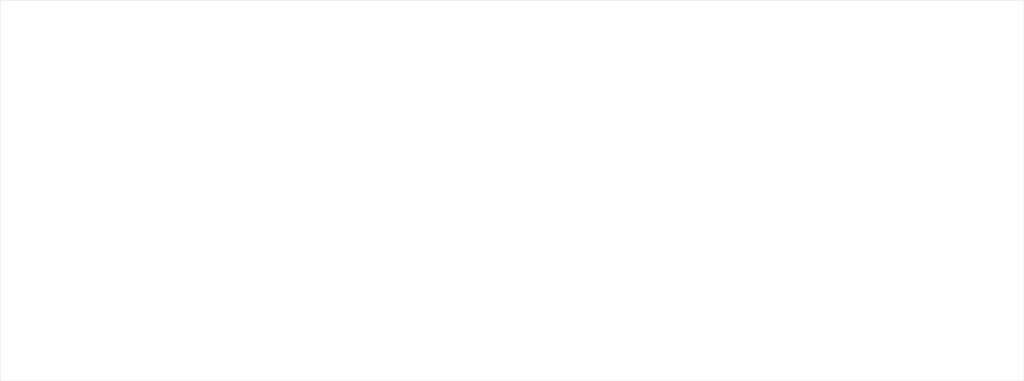
<source format=kicad_pcb>
(kicad_pcb
	(version 20240108)
	(generator "pcbnew")
	(generator_version "8.0")
	(general
		(thickness 1.6)
		(legacy_teardrops no)
	)
	(paper "A4")
	(layers
		(0 "F.Cu" signal)
		(31 "B.Cu" signal)
		(32 "B.Adhes" user "B.Adhesive")
		(33 "F.Adhes" user "F.Adhesive")
		(34 "B.Paste" user)
		(35 "F.Paste" user)
		(36 "B.SilkS" user "B.Silkscreen")
		(37 "F.SilkS" user "F.Silkscreen")
		(38 "B.Mask" user)
		(39 "F.Mask" user)
		(40 "Dwgs.User" user "User.Drawings")
		(41 "Cmts.User" user "User.Comments")
		(42 "Eco1.User" user "User.Eco1")
		(43 "Eco2.User" user "User.Eco2")
		(44 "Edge.Cuts" user)
		(45 "Margin" user)
		(46 "B.CrtYd" user "B.Courtyard")
		(47 "F.CrtYd" user "F.Courtyard")
		(48 "B.Fab" user)
		(49 "F.Fab" user)
		(50 "User.1" user)
		(51 "User.2" user)
		(52 "User.3" user)
		(53 "User.4" user)
		(54 "User.5" user)
		(55 "User.6" user)
		(56 "User.7" user)
		(57 "User.8" user)
		(58 "User.9" user)
	)
	(setup
		(pad_to_mask_clearance 0)
		(allow_soldermask_bridges_in_footprints no)
		(pcbplotparams
			(layerselection 0x00010fc_ffffffff)
			(plot_on_all_layers_selection 0x0000000_00000000)
			(disableapertmacros no)
			(usegerberextensions no)
			(usegerberattributes yes)
			(usegerberadvancedattributes yes)
			(creategerberjobfile yes)
			(dashed_line_dash_ratio 12.000000)
			(dashed_line_gap_ratio 3.000000)
			(svgprecision 4)
			(plotframeref no)
			(viasonmask no)
			(mode 1)
			(useauxorigin no)
			(hpglpennumber 1)
			(hpglpenspeed 20)
			(hpglpendiameter 15.000000)
			(pdf_front_fp_property_popups yes)
			(pdf_back_fp_property_popups yes)
			(dxfpolygonmode yes)
			(dxfimperialunits yes)
			(dxfusepcbnewfont yes)
			(psnegative no)
			(psa4output no)
			(plotreference yes)
			(plotvalue yes)
			(plotfptext yes)
			(plotinvisibletext no)
			(sketchpadsonfab no)
			(subtractmaskfromsilk no)
			(outputformat 1)
			(mirror no)
			(drillshape 1)
			(scaleselection 1)
			(outputdirectory "")
		)
	)
	(net 0 "")
	(gr_rect
		(start 74.5 64)
		(end 219.5 118)
		(stroke
			(width 0.05)
			(type default)
		)
		(fill none)
		(layer "Edge.Cuts")
		(uuid "94383205-a6ed-446a-88cf-432a8640379d")
	)
)
</source>
